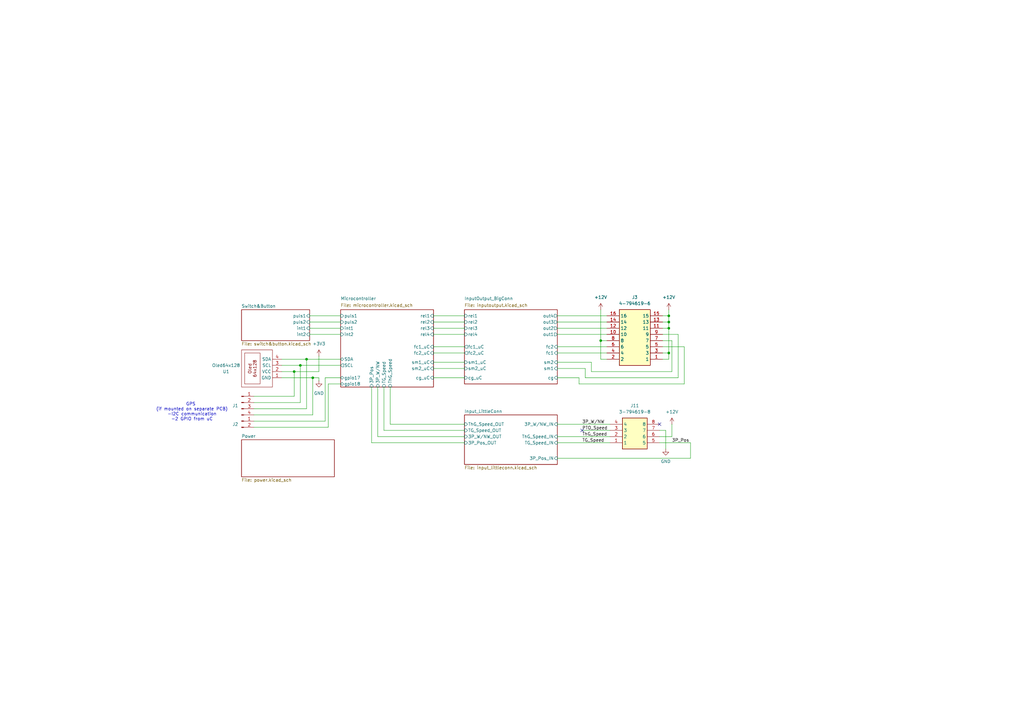
<source format=kicad_sch>
(kicad_sch (version 20250114) (generator "eeschema") (generator_version "9.0")
  (paper "A3")
  (title_block (title "DinoSpand_v2.0") (date "2025-02-09") (company "MorettoSNC"))
  (lib_symbols
    (symbol "Connector:Conn_01x02_Pin" (pin_names (offset 1.016) (hide yes))
      (property "Reference" "J" (at 0 2.54 0))
      (property "Value" "Conn_01x02_Pin" (at 0 -5.08 0))
      (symbol "Conn_01x02_Pin_1_1"
        (rectangle (start 0.8636 0.127) (end 0 -0.127) (stroke (width 0.1524)) (fill (type outline)))
        (rectangle (start 0.8636 -2.413) (end 0 -2.667) (stroke (width 0.1524)) (fill (type outline)))
        (polyline (pts (xy 1.27 0) (xy 0.8636 0)) (stroke (width 0.1524)))
        (polyline (pts (xy 1.27 -2.54) (xy 0.8636 -2.54)) (stroke (width 0.1524)))
        (pin passive line (at 5.08 0 180) (length 3.81) (name "Pin_1") (number "1"))
        (pin passive line (at 5.08 -2.54 180) (length 3.81) (name "Pin_2") (number "2"))
      )
    )
    (symbol "Connector:Conn_01x04_Pin" (pin_names (offset 1.016) (hide yes))
      (property "Reference" "J" (at 0 5.08 0))
      (property "Value" "Conn_01x04_Pin" (at 0 -7.62 0))
      (symbol "Conn_01x04_Pin_1_1"
        (rectangle (start 0.8636 2.667) (end 0 2.413) (stroke (width 0.1524)) (fill (type outline)))
        (rectangle (start 0.8636 0.127) (end 0 -0.127) (stroke (width 0.1524)) (fill (type outline)))
        (rectangle (start 0.8636 -2.413) (end 0 -2.667) (stroke (width 0.1524)) (fill (type outline)))
        (rectangle (start 0.8636 -4.953) (end 0 -5.207) (stroke (width 0.1524)) (fill (type outline)))
        (polyline (pts (xy 1.27 2.54) (xy 0.8636 2.54)) (stroke (width 0.1524)))
        (polyline (pts (xy 1.27 0) (xy 0.8636 0)) (stroke (width 0.1524)))
        (polyline (pts (xy 1.27 -2.54) (xy 0.8636 -2.54)) (stroke (width 0.1524)))
        (polyline (pts (xy 1.27 -5.08) (xy 0.8636 -5.08)) (stroke (width 0.1524)))
        (pin passive line (at 5.08 2.54 180) (length 3.81) (name "Pin_1") (number "1"))
        (pin passive line (at 5.08 0 180) (length 3.81) (name "Pin_2") (number "2"))
        (pin passive line (at 5.08 -2.54 180) (length 3.81) (name "Pin_3") (number "3"))
        (pin passive line (at 5.08 -5.08 180) (length 3.81) (name "Pin_4") (number "4"))
      )
    )
    (symbol "Samacsys:3-794619-8"
      (property "Reference" "J" (at 16.51 7.62 0))
      (property "Value" "3-794619-8" (at 16.51 5.08 0))
      (symbol "3-794619-8_1_1"
        (rectangle (start 5.08 2.54) (end 15.24 -10.16) (stroke (width 0.254)) (fill (type background)))
        (pin passive line (at 0 0 0) (length 5.08) (name "4") (number "4"))
        (pin passive line (at 0 -2.54 0) (length 5.08) (name "3") (number "3"))
        (pin passive line (at 0 -5.08 0) (length 5.08) (name "2") (number "2"))
        (pin passive line (at 0 -7.62 0) (length 5.08) (name "1") (number "1"))
        (pin passive line (at 20.32 0 180) (length 5.08) (name "8") (number "8"))
        (pin passive line (at 20.32 -2.54 180) (length 5.08) (name "7") (number "7"))
        (pin passive line (at 20.32 -5.08 180) (length 5.08) (name "6") (number "6"))
        (pin passive line (at 20.32 -7.62 180) (length 5.08) (name "5") (number "5"))
      )
    )
    (symbol "Samacsys:4-794619-6"
      (property "Reference" "J" (at 19.05 7.62 0))
      (property "Value" "4-794619-6" (at 19.05 5.08 0))
      (symbol "4-794619-6_1_1"
        (rectangle (start 5.08 2.54) (end 17.78 -20.32) (stroke (width 0.254)) (fill (type background)))
        (pin passive line (at 0 0 0) (length 5.08) (name "16") (number "16"))
        (pin passive line (at 0 -2.54 0) (length 5.08) (name "14") (number "14"))
        (pin passive line (at 0 -5.08 0) (length 5.08) (name "12") (number "12"))
        (pin passive line (at 0 -7.62 0) (length 5.08) (name "10") (number "10"))
        (pin passive line (at 0 -10.16 0) (length 5.08) (name "8") (number "8"))
        (pin passive line (at 0 -12.7 0) (length 5.08) (name "6") (number "6"))
        (pin passive line (at 0 -15.24 0) (length 5.08) (name "4") (number "4"))
        (pin passive line (at 0 -17.78 0) (length 5.08) (name "2") (number "2"))
        (pin passive line (at 22.86 0 180) (length 5.08) (name "15") (number "15"))
        (pin passive line (at 22.86 -2.54 180) (length 5.08) (name "13") (number "13"))
        (pin passive line (at 22.86 -5.08 180) (length 5.08) (name "11") (number "11"))
        (pin passive line (at 22.86 -7.62 180) (length 5.08) (name "9") (number "9"))
        (pin passive line (at 22.86 -10.16 180) (length 5.08) (name "7") (number "7"))
        (pin passive line (at 22.86 -12.7 180) (length 5.08) (name "5") (number "5"))
        (pin passive line (at 22.86 -15.24 180) (length 5.08) (name "3") (number "3"))
        (pin passive line (at 22.86 -17.78 180) (length 5.08) (name "1") (number "1"))
      )
    )
    (symbol "Screen:OledScreen_64x128_AZ_Delivery"
      (property "Reference" "U" (at 16.256 -0.762 0))
      (property "Value" "Oled64x128" (at 13.97 -11.43 90))
      (symbol "OledScreen_64x128_AZ_Delivery_0_1"
        (rectangle (start 0 0) (end 15.24 -12.7))
      )
      (symbol "OledScreen_64x128_AZ_Delivery_1_1"
        (text_box "Oled 64x128" (at 1.27 -1.27 0) (size 12.7 -6.35) (margins 1.016 1.016 1.016 1.016) (effects (font (size 1.27 1.27))))
        (pin passive line (at 3.81 -16.51 90) (length 3.81) (name "SDA") (number "4"))
        (pin passive line (at 6.35 -16.51 90) (length 3.81) (name "SCL") (number "3"))
        (pin passive line (at 8.89 -16.51 90) (length 3.81) (name "VCC") (number "2"))
        (pin passive line (at 11.43 -16.51 90) (length 3.81) (name "GND") (number "1"))
      )
    )
    (symbol "power:+12V" (power) (pin_numbers (hide yes)) (pin_names (offset 0) (hide yes))
      (property "Value" "+12V" (at 0 3.556 0))
      (symbol "+12V_0_1"
        (polyline (pts (xy -0.762 1.27) (xy 0 2.54)))
        (polyline (pts (xy 0 2.54) (xy 0.762 1.27)))
        (polyline (pts (xy 0 0) (xy 0 2.54)))
      )
      (symbol "+12V_1_1"
        (pin power_in line (at 0 0 90) (length 0) (name "~") (number "1"))
      )
    )
    (symbol "power:+3V3" (power) (pin_numbers (hide yes)) (pin_names (offset 0) (hide yes))
      (property "Value" "+3V3" (at 0 3.556 0))
      (symbol "+3V3_0_1"
        (polyline (pts (xy -0.762 1.27) (xy 0 2.54)))
        (polyline (pts (xy 0 2.54) (xy 0.762 1.27)))
        (polyline (pts (xy 0 0) (xy 0 2.54)))
      )
      (symbol "+3V3_1_1"
        (pin power_in line (at 0 0 90) (length 0) (name "~") (number "1"))
      )
    )
    (symbol "power:GND" (power) (pin_numbers (hide yes)) (pin_names (offset 0) (hide yes))
      (property "Value" "GND" (at 0 -3.81 0))
      (symbol "GND_0_1"
        (polyline (pts (xy 0 0) (xy 0 -1.27) (xy 1.27 -1.27) (xy 0 -2.54) (xy -1.27 -1.27) (xy 0 -1.27)))
      )
      (symbol "GND_1_1"
        (pin power_in line (at 0 0 270) (length 0) (name "~") (number "1"))
      )
    )
  )
  (text "GPS \n(if mounted on separate PCB)\n-I2C communication\n-2 GPIO from uC" (at 78.74 168.91 0) (effects (font (size 1.27 1.27))))
  (text "\n" (at 128.27 95.25 0) (effects (font (size 1.27 1.27)) (justify left)))
  (junction (at 246.38 139.7))
  (junction (at 274.32 134.62))
  (junction (at 128.27 154.94))
  (junction (at 274.32 144.78))
  (junction (at 120.65 152.4))
  (junction (at 123.19 149.86))
  (junction (at 125.73 147.32))
  (junction (at 274.32 129.54))
  (junction (at 274.32 132.08))
  (no_connect (at 238.76 176.53))
  (no_connect (at 270.51 173.99))
  (wire (pts (xy 271.78 132.08) (xy 274.32 132.08)))
  (wire (pts (xy 278.13 137.16) (xy 271.78 137.16)))
  (wire (pts (xy 120.65 152.4) (xy 130.81 152.4)))
  (wire (pts (xy 238.76 176.53) (xy 250.19 176.53)))
  (wire (pts (xy 154.94 179.07) (xy 190.5 179.07)))
  (wire (pts (xy 139.7 154.94) (xy 133.35 154.94)))
  (wire (pts (xy 228.6 134.62) (xy 248.92 134.62)))
  (wire (pts (xy 130.81 152.4) (xy 130.81 146.05)))
  (wire (pts (xy 125.73 147.32) (xy 125.73 167.64)))
  (wire (pts (xy 177.8 137.16) (xy 190.5 137.16)))
  (wire (pts (xy 242.57 152.4) (xy 275.59 152.4)))
  (wire (pts (xy 104.14 162.56) (xy 120.65 162.56)))
  (wire (pts (xy 242.57 148.59) (xy 242.57 152.4)))
  (wire (pts (xy 228.6 151.13) (xy 240.03 151.13)))
  (wire (pts (xy 127 137.16) (xy 139.7 137.16)))
  (wire (pts (xy 154.94 158.75) (xy 154.94 179.07)))
  (wire (pts (xy 228.6 142.24) (xy 248.92 142.24)))
  (wire (pts (xy 127 132.08) (xy 139.7 132.08)))
  (wire (pts (xy 228.6 144.78) (xy 248.92 144.78)))
  (wire (pts (xy 275.59 139.7) (xy 271.78 139.7)))
  (wire (pts (xy 177.8 151.13) (xy 190.5 151.13)))
  (wire (pts (xy 115.57 147.32) (xy 125.73 147.32)))
  (wire (pts (xy 274.32 129.54) (xy 274.32 132.08)))
  (wire (pts (xy 115.57 154.94) (xy 128.27 154.94)))
  (wire (pts (xy 133.35 172.72) (xy 104.14 172.72)))
  (wire (pts (xy 157.48 176.53) (xy 190.5 176.53)))
  (wire (pts (xy 123.19 165.1) (xy 123.19 149.86)))
  (wire (pts (xy 228.6 181.61) (xy 250.19 181.61)))
  (wire (pts (xy 275.59 173.99) (xy 275.59 179.07)))
  (wire (pts (xy 228.6 173.99) (xy 250.19 173.99)))
  (wire (pts (xy 274.32 127) (xy 274.32 129.54)))
  (wire (pts (xy 104.14 170.18) (xy 128.27 170.18)))
  (wire (pts (xy 177.8 132.08) (xy 190.5 132.08)))
  (wire (pts (xy 123.19 149.86) (xy 139.7 149.86)))
  (wire (pts (xy 274.32 144.78) (xy 274.32 147.32)))
  (wire (pts (xy 280.67 142.24) (xy 271.78 142.24)))
  (wire (pts (xy 237.49 154.94) (xy 237.49 157.48)))
  (wire (pts (xy 271.78 134.62) (xy 274.32 134.62)))
  (wire (pts (xy 240.03 151.13) (xy 240.03 154.94)))
  (wire (pts (xy 177.8 129.54) (xy 190.5 129.54)))
  (wire (pts (xy 280.67 142.24) (xy 280.67 157.48)))
  (wire (pts (xy 270.51 181.61) (xy 283.21 181.61)))
  (wire (pts (xy 275.59 179.07) (xy 270.51 179.07)))
  (wire (pts (xy 177.8 144.78) (xy 190.5 144.78)))
  (wire (pts (xy 177.8 134.62) (xy 190.5 134.62)))
  (wire (pts (xy 177.8 154.94) (xy 190.5 154.94)))
  (wire (pts (xy 115.57 152.4) (xy 120.65 152.4)))
  (wire (pts (xy 134.62 175.26) (xy 104.14 175.26)))
  (wire (pts (xy 120.65 162.56) (xy 120.65 152.4)))
  (wire (pts (xy 246.38 147.32) (xy 246.38 139.7)))
  (wire (pts (xy 228.6 187.96) (xy 283.21 187.96)))
  (wire (pts (xy 228.6 154.94) (xy 237.49 154.94)))
  (wire (pts (xy 228.6 179.07) (xy 250.19 179.07)))
  (wire (pts (xy 273.05 176.53) (xy 270.51 176.53)))
  (wire (pts (xy 275.59 139.7) (xy 275.59 152.4)))
  (wire (pts (xy 130.81 154.94) (xy 130.81 156.21)))
  (wire (pts (xy 127 134.62) (xy 139.7 134.62)))
  (wire (pts (xy 274.32 132.08) (xy 274.32 134.62)))
  (wire (pts (xy 160.02 158.75) (xy 160.02 173.99)))
  (wire (pts (xy 240.03 154.94) (xy 278.13 154.94)))
  (wire (pts (xy 115.57 149.86) (xy 123.19 149.86)))
  (wire (pts (xy 271.78 129.54) (xy 274.32 129.54)))
  (wire (pts (xy 152.4 181.61) (xy 190.5 181.61)))
  (wire (pts (xy 273.05 184.15) (xy 273.05 176.53)))
  (wire (pts (xy 133.35 154.94) (xy 133.35 172.72)))
  (wire (pts (xy 228.6 148.59) (xy 242.57 148.59)))
  (wire (pts (xy 177.8 142.24) (xy 190.5 142.24)))
  (wire (pts (xy 128.27 170.18) (xy 128.27 154.94)))
  (wire (pts (xy 228.6 132.08) (xy 248.92 132.08)))
  (wire (pts (xy 248.92 147.32) (xy 246.38 147.32)))
  (wire (pts (xy 125.73 147.32) (xy 139.7 147.32)))
  (wire (pts (xy 283.21 187.96) (xy 283.21 181.61)))
  (wire (pts (xy 157.48 158.75) (xy 157.48 176.53)))
  (wire (pts (xy 271.78 144.78) (xy 274.32 144.78)))
  (wire (pts (xy 160.02 173.99) (xy 190.5 173.99)))
  (wire (pts (xy 177.8 148.59) (xy 190.5 148.59)))
  (wire (pts (xy 274.32 134.62) (xy 274.32 144.78)))
  (wire (pts (xy 134.62 157.48) (xy 134.62 175.26)))
  (wire (pts (xy 246.38 127) (xy 246.38 139.7)))
  (wire (pts (xy 274.32 147.32) (xy 271.78 147.32)))
  (wire (pts (xy 228.6 137.16) (xy 248.92 137.16)))
  (wire (pts (xy 128.27 154.94) (xy 130.81 154.94)))
  (wire (pts (xy 104.14 165.1) (xy 123.19 165.1)))
  (wire (pts (xy 278.13 137.16) (xy 278.13 154.94)))
  (wire (pts (xy 152.4 158.75) (xy 152.4 181.61)))
  (wire (pts (xy 139.7 157.48) (xy 134.62 157.48)))
  (wire (pts (xy 127 129.54) (xy 139.7 129.54)))
  (wire (pts (xy 104.14 167.64) (xy 125.73 167.64)))
  (wire (pts (xy 246.38 139.7) (xy 248.92 139.7)))
  (wire (pts (xy 237.49 157.48) (xy 280.67 157.48)))
  (wire (pts (xy 228.6 129.54) (xy 248.92 129.54)))
  (label "ThG_Speed" (at 238.76 179.07 0))
  (label "3P_Pos" (at 275.59 181.61 0))
  (label "3P_W{slash}NW" (at 238.76 173.99 0))
  (label "TG_Speed" (at 238.76 181.61 0))
  (label "PTO_Speed" (at 238.76 176.53 0))
  (symbol (lib_id "Samacsys:3-794619-8") (at 250.19 173.99 0) (unit 1)
    (property "Reference" "J11" (at 260.35 166.37 0))
    (property "Value" "3-794619-8" (at 260.35 168.91 0))
    (property "Footprint" "Samacsys:37946198" (effects (hide yes)))
    (property "Datasheet" "https://www.te.com/commerce/DocumentDelivery/DDEController?Action=srchrtrv&DocNm=micro-mate-n-lok-connector-qrg&DocType=Data%20Sheet&DocLang=English&PartCntxt=3-794619-8&DocFormat=pdf" (effects (hide yes)))
    (property "Description" "Configuration Features: PCB Mount Orientation Right Angle | Number of Rows 2 | Number of Positions 8 | Number of Power Positions 8 | Contact Features: PCB Contact Termination Area Plating Material Tin | PCB Contact Termination Area Plating Material Thickness 100 MICIN | Contact Current Rating (Max) 5 AMP | Multiple Contact Types Without | Contact Retention Within Housing Without | PCB Contact Termination Area Plating Material Thickness 2.54 MICM | Contact Mating Area Plating Material Thickness 15 MICIN | Co" (effects (hide yes)))
    (property "Height" "8.8" (effects (hide yes)))
    (property "Mouser Part Number" "571-3-794619-8" (effects (hide yes)))
    (property "Mouser Price/Stock" "https://www.mouser.co.uk/ProductDetail/TE-Connectivity-AMP/3-794619-8/?qs=Sm6ibA7evxjU3gphdBSxaA%3D%3D" (effects (hide yes)))
    (property "Manufacturer_Name" "TE Connectivity" (effects (hide yes)))
    (property "Manufacturer_Part_Number" "3-794619-8" (effects (hide yes)))
  )
  (symbol (lib_id "power:GND") (at 130.81 156.21 0) (unit 1)
    (property "Reference" "#PWR02" (effects (hide yes)))
    (property "Value" "GND" (at 130.81 161.29 0))
    (property "Description" "Power symbol creates a global label with name \"GND\" , ground" (effects (hide yes)))
  )
  (symbol (lib_id "power:GND") (at 273.05 184.15 0) (unit 1)
    (property "Reference" "#PWR055" (effects (hide yes)))
    (property "Value" "GND" (at 273.05 189.23 0))
    (property "Description" "Power symbol creates a global label with name \"GND\" , ground" (effects (hide yes)))
  )
  (symbol (lib_id "Connector:Conn_01x02_Pin") (at 99.06 172.72 0) (unit 1)
    (property "Reference" "J2" (at 96.52 173.99 0))
    (property "Value" "Conn_01x02_Pin" (effects (hide yes)))
    (property "Footprint" "Connector_PinHeader_2.54mm:PinHeader_1x02_P2.54mm_Vertical" (effects (hide yes)))
    (property "Description" "Generic connector, single row, 01x02, script generated" (effects (hide yes)))
  )
  (symbol (lib_id "power:+12V") (at 275.59 173.99 0) (unit 1)
    (property "Reference" "#PWR037" (effects (hide yes)))
    (property "Value" "+12V" (at 275.59 168.91 0))
    (property "Description" "Power symbol creates a global label with name \"+12V\"" (effects (hide yes)))
  )
  (symbol (lib_id "Connector:Conn_01x04_Pin") (at 99.06 165.1 0) (unit 1)
    (property "Reference" "J1" (at 96.52 166.37 0))
    (property "Value" "Conn_01x04_Pin" (effects (hide yes)))
    (property "Footprint" "Connector_PinHeader_2.54mm:PinHeader_1x04_P2.54mm_Vertical" (effects (hide yes)))
    (property "Description" "Generic connector, single row, 01x04, script generated" (effects (hide yes)))
  )
  (symbol (lib_id "power:+3V3") (at 130.81 146.05 0) (unit 1)
    (property "Reference" "#PWR01" (effects (hide yes)))
    (property "Value" "+3V3" (at 130.81 140.97 0))
    (property "Description" "Power symbol creates a global label with name \"+3V3\"" (effects (hide yes)))
  )
  (symbol (lib_id "power:+12V") (at 274.32 127 0) (unit 1)
    (property "Reference" "#PWR04" (effects (hide yes)))
    (property "Value" "+12V" (at 274.32 121.92 0))
    (property "Description" "Power symbol creates a global label with name \"+12V\"" (effects (hide yes)))
  )
  (symbol (lib_id "power:+12V") (at 246.38 127 0) (unit 1)
    (property "Reference" "#PWR03" (effects (hide yes)))
    (property "Value" "+12V" (at 246.38 121.92 0))
    (property "Description" "Power symbol creates a global label with name \"+12V\"" (effects (hide yes)))
  )
  (symbol (lib_id "Screen:OledScreen_64x128_AZ_Delivery") (at 99.06 143.51 90) (mirror x) (unit 1)
    (property "Reference" "U1" (at 92.71 152.4 90))
    (property "Value" "Oled64x128" (at 92.71 149.86 90))
    (property "Footprint" "Screen:128x64OLED" (effects (hide yes)))
  )
  (symbol (lib_id "Samacsys:4-794619-6") (at 248.92 129.54 0) (unit 1)
    (property "Reference" "J3" (at 260.35 121.92 0))
    (property "Value" "4-794619-6" (at 260.35 124.46 0))
    (property "Footprint" "Samacsys:47946196" (effects (hide yes)))
    (property "Datasheet" "https://www.te.com/commerce/DocumentDelivery/DDEController?Action=srchrtrv&DocNm=micro-mate-n-lok-connector-qrg&DocType=Data%20Sheet&DocLang=English&PartCntxt=4-794619-6&DocFormat=pdf" (effects (hide yes)))
    (property "Description" "Configuration Features: Number of Power Positions 16 | PCB Mount Orientation Right Angle | Number of Rows 2 | Number of Positions 16 | Contact Features: Contact Type Pin | PCB Contact Termination Area Plating Material Thickness 3.81 MICM | Contact Current Rating (Max) 5 AMP | PCB Contact Termination Area Plating Material Tin | Contact Retention Within Housing Without | Multiple Contact Types Without | Contact Mating Area Plating Material Thickness 15 MICIN | Contact Mating Area Plating Material Gold | PCB C" (effects (hide yes)))
    (property "Height" "8.67" (effects (hide yes)))
    (property "Mouser Part Number" "571-4-794619-6" (effects (hide yes)))
    (property "Mouser Price/Stock" "https://www.mouser.co.uk/ProductDetail/TE-Connectivity-AMP/4-794619-6?qs=RxTKX8ffeSFgd9Qko7wakA%3D%3D" (effects (hide yes)))
    (property "Manufacturer_Name" "TE Connectivity" (effects (hide yes)))
    (property "Manufacturer_Part_Number" "4-794619-6" (effects (hide yes)))
  )
  (sheet (at 190.5 127) (size 38.1 30.48) (stroke (width 0.1524))
    (property "Sheetname" "InputOutput_BigConn" (at 190.5 123.19 0) (effects (justify left bottom)))
    (property "Sheetfile" "inputoutput.kicad_sch" (at 190.5 124.46 0) (effects (justify left top)))
    (pin "rel4" input (at 190.5 137.16 180))
    (pin "out2" output (at 228.6 134.62 0))
    (pin "out3" output (at 228.6 132.08 0))
    (pin "rel1" input (at 190.5 129.54 180))
    (pin "out1" output (at 228.6 137.16 0))
    (pin "rel2" input (at 190.5 132.08 180))
    (pin "fc1_uC" output (at 190.5 142.24 180))
    (pin "fc2_uC" output (at 190.5 144.78 180))
    (pin "fc2" input (at 228.6 142.24 0))
    (pin "fc1" input (at 228.6 144.78 0))
    (pin "out4" output (at 228.6 129.54 0))
    (pin "rel3" input (at 190.5 134.62 180))
    (pin "sm1" input (at 228.6 151.13 0))
    (pin "sm1_uC" input (at 190.5 148.59 180))
    (pin "sm2_uC" input (at 190.5 151.13 180))
    (pin "sm2" input (at 228.6 148.59 0))
    (pin "cg" input (at 228.6 154.94 0))
    (pin "cg_uC" input (at 190.5 154.94 180))
  )
  (sheet (at 190.5 170.18) (size 38.1 20.32) (stroke (width 0.1524))
    (property "Sheetname" "Input_LittleConn" (at 190.5 169.4684 0) (effects (justify left bottom)))
    (property "Sheetfile" "input_littleconn.kicad_sch" (at 190.5 191.0846 0) (effects (justify left top)))
    (pin "3P_Pos_IN" input (at 228.6 187.96 0))
    (pin "3P_Pos_OUT" input (at 190.5 181.61 180))
    (pin "3P_W{slash}NW_IN" input (at 228.6 173.99 0))
    (pin "3P_W{slash}NW_OUT" input (at 190.5 179.07 180))
    (pin "TG_Speed_IN" input (at 228.6 181.61 0))
    (pin "TG_Speed_OUT" input (at 190.5 176.53 180))
    (pin "ThG_Speed_IN" input (at 228.6 179.07 0))
    (pin "ThG_Speed_OUT" input (at 190.5 173.99 180))
  )
  (sheet (at 99.06 127) (size 27.94 12.7) (stroke (width 0.1524))
    (property "Sheetname" "Switch&Button" (at 99.06 126.2884 0) (effects (justify left bottom)))
    (property "Sheetfile" "switch&button.kicad_sch" (at 99.06 140.2846 0) (effects (justify left top)))
    (pin "int2" input (at 127 137.16 0))
    (pin "int1" input (at 127 134.62 0))
    (pin "puls1" input (at 127 129.54 0))
    (pin "puls2" input (at 127 132.08 0))
  )
  (sheet (at 139.7 127) (size 38.1 31.75) (stroke (width 0.1524))
    (property "Sheetname" "Microcontroller" (at 139.7 123.19 0) (effects (justify left bottom)))
    (property "Sheetfile" "microcontroller.kicad_sch" (at 139.7 124.46 0) (effects (justify left top)))
    (pin "rel2" input (at 177.8 132.08 0))
    (pin "rel3" input (at 177.8 134.62 0))
    (pin "rel1" input (at 177.8 129.54 0))
    (pin "rel4" input (at 177.8 137.16 0))
    (pin "sm2_uC" input (at 177.8 151.13 0))
    (pin "sm1_uC" input (at 177.8 148.59 0))
    (pin "fc1_uC" input (at 177.8 142.24 0))
    (pin "fc2_uC" input (at 177.8 144.78 0))
    (pin "cg_uC" input (at 177.8 154.94 0))
    (pin "SCL" output (at 139.7 149.86 180))
    (pin "SDA" bidirectional (at 139.7 147.32 180))
    (pin "puls1" input (at 139.7 129.54 180))
    (pin "puls2" input (at 139.7 132.08 180))
    (pin "int1" input (at 139.7 134.62 180))
    (pin "int2" input (at 139.7 137.16 180))
    (pin "gpio17" bidirectional (at 139.7 154.94 180))
    (pin "gpio18" bidirectional (at 139.7 157.48 180))
    (pin "3P_Pos" input (at 152.4 158.75 270))
    (pin "3P_W{slash}NW" input (at 154.94 158.75 270))
    (pin "TG_Speed" input (at 157.48 158.75 270))
    (pin "ThG_Speed" input (at 160.02 158.75 270))
  )
  (sheet (at 99.06 180.34) (size 38.1 15.24) (stroke (width 0.1524))
    (property "Sheetname" "Power" (at 99.06 179.6284 0) (effects (justify left bottom)))
    (property "Sheetfile" "power.kicad_sch" (at 99.06 196.1646 0) (effects (justify left top)))
  )
)
</source>
